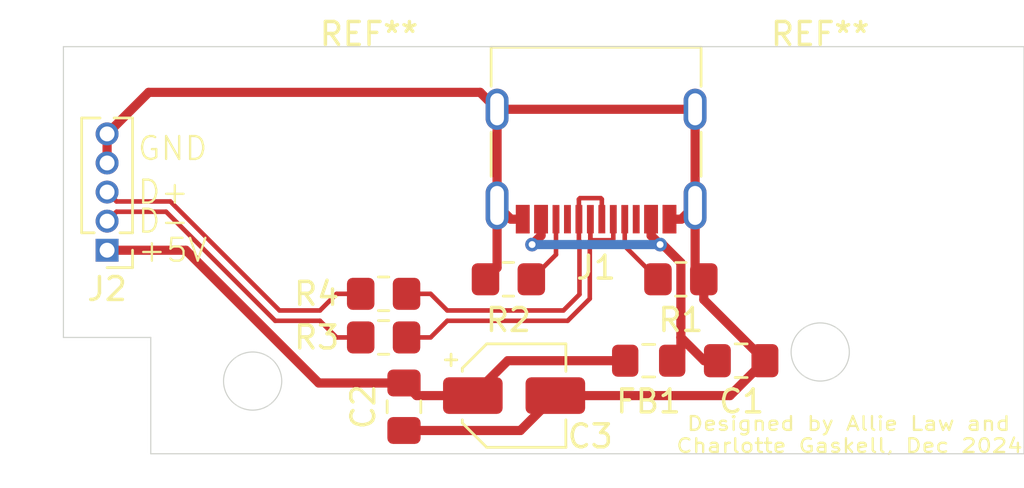
<source format=kicad_pcb>
(kicad_pcb (version 20240108) (generator "pcbnew") (generator_version "8.0")
  (layers (0 "F.Cu" signal) (31 "B.Cu" signal) (34 "B.Paste" user) (35 "F.Paste" user) (36 "B.SilkS" user "B.Silkscreen") (37 "F.SilkS" user "F.Silkscreen") (38 "B.Mask" user) (39 "F.Mask" user) (44 "Edge.Cuts" user))
  (net 0 "")
  (net 1 "GND")
  (net 2 "VBUS")
  (net 3 "+5V")
  (net 4 "/USB_D+")
  (net 5 "/USB_D-")
  (net 7 "Net-(J1-CC2)")
  (net 8 "Net-(J1-CC1)")
  (net 10 "/DEV_D+")
  (net 11 "/DEV_D-")
  (footprint "Resistor_SMD:R_0805_2012Metric_Pad1.20x1.40mm_HandSolder" (layer "F.Cu") (at 130.175 64.135 180)
    (property "Reference" "R4" (at 2.921 0 0) (layer "F.SilkS"))
    (property "Value" "22")
    (fp_line (start -0.227064 0.735) (end 0.227064 0.735) (stroke (width 0.12)) (layer "F.SilkS"))
    (fp_line (start -0.227064 -0.735) (end 0.227064 -0.735) (stroke (width 0.12)) (layer "F.SilkS"))
    (pad "1" smd roundrect (at -1 0 180) (size 1.2 1.4) (layers "F.Cu" "F.Paste" "F.Mask") (roundrect_rratio 0.208333) (net 4 "/USB_D+"))
    (pad "2" smd roundrect (at 1 0 180) (size 1.2 1.4) (layers "F.Cu" "F.Paste" "F.Mask") (roundrect_rratio 0.208333) (net 10 "/DEV_D+"))
  )
  (footprint "Capacitor_SMD:C_0805_2012Metric_Pad1.18x1.45mm_HandSolder" (layer "F.Cu") (at 145.7745 67.056)
    (property "Reference" "C1" (at 0.0215 1.778 0) (layer "F.SilkS"))
    (property "Value" "10n")
    (fp_line (start -0.261252 -0.735) (end 0.261252 -0.735) (stroke (width 0.12)) (layer "F.SilkS"))
    (fp_line (start -0.261252 0.735) (end 0.261252 0.735) (stroke (width 0.12)) (layer "F.SilkS"))
    (pad "1" smd roundrect (at -1.0375 0) (size 1.175 1.45) (layers "F.Cu" "F.Paste" "F.Mask") (roundrect_rratio 0.212766) (net 2 "VBUS"))
    (pad "2" smd roundrect (at 1.0375 0) (size 1.175 1.45) (layers "F.Cu" "F.Paste" "F.Mask") (roundrect_rratio 0.212766) (net 1 "GND"))
  )
  (footprint "MountingHole:MountingHole_4mm" (layer "F.Cu") (at 129.54 57.785)
    (property "Reference" "REF**" (at 0 -5 0) (layer "F.SilkS"))
    (property "Value" "MountingHole_4mm")
    (pad "" np_thru_hole circle (at 0 0) (size 4 4) (drill 4) (layers "*.Cu" "*.Mask"))
  )
  (footprint "MountingHole:MountingHole_4mm" (layer "F.Cu") (at 149.225 57.785)
    (property "Reference" "REF**" (at 0 -5 0) (layer "F.SilkS"))
    (property "Value" "MountingHole_4mm")
    (pad "" np_thru_hole circle (at 0 0) (size 4 4) (drill 4) (layers "*.Cu" "*.Mask"))
  )
  (footprint "Capacitor_SMD:CP_Elec_4x4.5" (layer "F.Cu") (at 135.868 68.58)
    (property "Reference" "C3" (at 3.324 1.778 0) (layer "F.SilkS"))
    (property "Value" "4.7u")
    (fp_line (start -3 -1.56) (end -2.5 -1.56) (stroke (width 0.12)) (layer "F.SilkS"))
    (fp_line (start -2.75 -1.81) (end -2.75 -1.31) (stroke (width 0.12)) (layer "F.SilkS"))
    (fp_line (start -2.26 -1.195563) (end -2.26 -1.06) (stroke (width 0.12)) (layer "F.SilkS"))
    (fp_line (start -2.26 -1.195563) (end -1.195563 -2.26) (stroke (width 0.12)) (layer "F.SilkS"))
    (fp_line (start -2.26 1.195563) (end -2.26 1.06) (stroke (width 0.12)) (layer "F.SilkS"))
    (fp_line (start -2.26 1.195563) (end -1.195563 2.26) (stroke (width 0.12)) (layer "F.SilkS"))
    (fp_line (start -1.195563 -2.26) (end 2.26 -2.26) (stroke (width 0.12)) (layer "F.SilkS"))
    (fp_line (start -1.195563 2.26) (end 2.26 2.26) (stroke (width 0.12)) (layer "F.SilkS"))
    (fp_line (start 2.26 -2.26) (end 2.26 -1.06) (stroke (width 0.12)) (layer "F.SilkS"))
    (fp_line (start 2.26 2.26) (end 2.26 1.06) (stroke (width 0.12)) (layer "F.SilkS"))
    (pad "1" smd roundrect (at -1.8 0) (size 2.6 1.6) (layers "F.Cu" "F.Paste" "F.Mask") (roundrect_rratio 0.15625) (net 3 "+5V"))
    (pad "2" smd roundrect (at 1.8 0) (size 2.6 1.6) (layers "F.Cu" "F.Paste" "F.Mask") (roundrect_rratio 0.15625) (net 1 "GND"))
  )
  (footprint "Connector_USB:USB_C_Receptacle_G-Switch_GT-USB-7010ASV" (layer "F.Cu") (at 139.446 57.15 180)
    (property "Reference" "J1" (at 0 -5.842 0) (layer "F.SilkS"))
    (property "Value" "USB_C_Receptacle_USB2.0_16P")
    (fp_line (start 4.58 3.785) (end -4.58 3.785) (stroke (width 0.12)) (layer "F.SilkS"))
    (fp_line (start 4.58 2.08) (end 4.58 3.785) (stroke (width 0.12)) (layer "F.SilkS"))
    (fp_line (start 4.58 0.07) (end 4.58 -1.85) (stroke (width 0.12)) (layer "F.SilkS"))
    (fp_line (start -4.58 3.785) (end -4.58 2.08) (stroke (width 0.12)) (layer "F.SilkS"))
    (fp_line (start -4.58 -1.85) (end -4.58 0.07) (stroke (width 0.12)) (layer "F.SilkS"))
    (pad "" np_thru_hole circle (at -2.89 -2.605 180) (size 0.65 0.65) (drill 0.65) (layers "*.Cu" "*.Mask"))
    (pad "" np_thru_hole circle (at 2.89 -2.605 180) (size 0.65 0.65) (drill 0.65) (layers "*.Cu" "*.Mask"))
    (pad "A1" smd rect (at -3.2 -3.725 180) (size 0.6 1.24) (layers "F.Cu" "F.Paste" "F.Mask") (net 1 "GND"))
    (pad "A4" smd rect (at -2.4 -3.725 180) (size 0.6 1.24) (layers "F.Cu" "F.Paste" "F.Mask") (net 2 "VBUS"))
    (pad "A5" smd rect (at -1.25 -3.725 180) (size 0.3 1.24) (layers "F.Cu" "F.Paste" "F.Mask") (net 8 "Net-(J1-CC1)"))
    (pad "A6" smd rect (at -0.25 -3.725 180) (size 0.3 1.24) (layers "F.Cu" "F.Paste" "F.Mask") (net 4 "/USB_D+"))
    (pad "A7" smd rect (at 0.25 -3.725 180) (size 0.3 1.24) (layers "F.Cu" "F.Paste" "F.Mask") (net 5 "/USB_D-"))
    (pad "A8" smd rect (at 1.25 -3.725 180) (size 0.3 1.24) (layers "F.Cu" "F.Paste" "F.Mask"))
    (pad "A9" smd rect (at 2.4 -3.725 180) (size 0.6 1.24) (layers "F.Cu" "F.Paste" "F.Mask") (net 2 "VBUS"))
    (pad "A12" smd rect (at 3.2 -3.725 180) (size 0.6 1.24) (layers "F.Cu" "F.Paste" "F.Mask") (net 1 "GND"))
    (pad "B1" smd rect (at 3.2 -3.725 180) (size 0.6 1.24) (layers "F.Cu" "F.Paste" "F.Mask") (net 1 "GND"))
    (pad "B4" smd rect (at 2.4 -3.725 180) (size 0.6 1.24) (layers "F.Cu" "F.Paste" "F.Mask") (net 2 "VBUS"))
    (pad "B5" smd rect (at 1.75 -3.725 180) (size 0.3 1.24) (layers "F.Cu" "F.Paste" "F.Mask") (net 7 "Net-(J1-CC2)"))
    (pad "B6" smd rect (at 0.75 -3.725 180) (size 0.3 1.24) (layers "F.Cu" "F.Paste" "F.Mask") (net 4 "/USB_D+"))
    (pad "B7" smd rect (at -0.75 -3.725 180) (size 0.3 1.24) (layers "F.Cu" "F.Paste" "F.Mask") (net 5 "/USB_D-"))
    (pad "B8" smd rect (at -1.75 -3.725 180) (size 0.3 1.24) (layers "F.Cu" "F.Paste" "F.Mask"))
    (pad "B9" smd rect (at -2.4 -3.725 180) (size 0.6 1.24) (layers "F.Cu" "F.Paste" "F.Mask") (net 2 "VBUS"))
    (pad "B12" smd rect (at -3.2 -3.725 180) (size 0.6 1.24) (layers "F.Cu" "F.Paste" "F.Mask") (net 1 "GND"))
    (pad "S1" thru_hole oval (at -4.32 -3.125 180) (size 1 2.1) (drill oval 0.6 1.7) (layers "*.Cu" "*.Mask") (net 1 "GND"))
    (pad "S1" thru_hole oval (at -4.32 1.075 180) (size 1 1.8) (drill oval 0.6 1.4) (layers "*.Cu" "*.Mask") (net 1 "GND"))
    (pad "S1" thru_hole oval (at 4.32 -3.125 180) (size 1 2.1) (drill oval 0.6 1.7) (layers "*.Cu" "*.Mask") (net 1 "GND"))
    (pad "S1" thru_hole oval (at 4.32 1.075 180) (size 1 1.8) (drill oval 0.6 1.4) (layers "*.Cu" "*.Mask") (net 1 "GND"))
  )
  (footprint "Resistor_SMD:R_0805_2012Metric_Pad1.20x1.40mm_HandSolder" (layer "F.Cu") (at 130.175 66.04 180)
    (property "Reference" "R3" (at 2.921 0 0) (layer "F.SilkS"))
    (property "Value" "22")
    (fp_line (start -0.227064 0.735) (end 0.227064 0.735) (stroke (width 0.12)) (layer "F.SilkS"))
    (fp_line (start -0.227064 -0.735) (end 0.227064 -0.735) (stroke (width 0.12)) (layer "F.SilkS"))
    (pad "1" smd roundrect (at -1 0 180) (size 1.2 1.4) (layers "F.Cu" "F.Paste" "F.Mask") (roundrect_rratio 0.208333) (net 5 "/USB_D-"))
    (pad "2" smd roundrect (at 1 0 180) (size 1.2 1.4) (layers "F.Cu" "F.Paste" "F.Mask") (roundrect_rratio 0.208333) (net 11 "/DEV_D-"))
  )
  (footprint "Resistor_SMD:R_0805_2012Metric_Pad1.20x1.40mm_HandSolder" (layer "F.Cu") (at 143.145 63.5)
    (property "Reference" "R1" (at 0 1.778 0) (layer "F.SilkS"))
    (property "Value" "5K1")
    (fp_line (start -0.227064 -0.735) (end 0.227064 -0.735) (stroke (width 0.12)) (layer "F.SilkS"))
    (fp_line (start -0.227064 0.735) (end 0.227064 0.735) (stroke (width 0.12)) (layer "F.SilkS"))
    (pad "1" smd roundrect (at -1 0) (size 1.2 1.4) (layers "F.Cu" "F.Paste" "F.Mask") (roundrect_rratio 0.208333) (net 8 "Net-(J1-CC1)"))
    (pad "2" smd roundrect (at 1 0) (size 1.2 1.4) (layers "F.Cu" "F.Paste" "F.Mask") (roundrect_rratio 0.208333) (net 1 "GND"))
  )
  (footprint "Capacitor_SMD:C_0805_2012Metric_Pad1.18x1.45mm_HandSolder" (layer "F.Cu") (at 131.064 69.0665 -90)
    (property "Reference" "C2" (at 0 1.778 90) (layer "F.SilkS"))
    (property "Value" "100n")
    (fp_line (start -0.261252 0.735) (end 0.261252 0.735) (stroke (width 0.12)) (layer "F.SilkS"))
    (fp_line (start -0.261252 -0.735) (end 0.261252 -0.735) (stroke (width 0.12)) (layer "F.SilkS"))
    (pad "1" smd roundrect (at -1.0375 0 270) (size 1.175 1.45) (layers "F.Cu" "F.Paste" "F.Mask") (roundrect_rratio 0.212766) (net 3 "+5V"))
    (pad "2" smd roundrect (at 1.0375 0 270) (size 1.175 1.45) (layers "F.Cu" "F.Paste" "F.Mask") (roundrect_rratio 0.212766) (net 1 "GND"))
  )
  (footprint "Resistor_SMD:R_0805_2012Metric_Pad1.20x1.40mm_HandSolder" (layer "F.Cu") (at 135.62 63.5 180)
    (property "Reference" "R2" (at 0 -1.778 0) (layer "F.SilkS"))
    (property "Value" "5K1")
    (fp_line (start -0.227064 0.735) (end 0.227064 0.735) (stroke (width 0.12)) (layer "F.SilkS"))
    (fp_line (start -0.227064 -0.735) (end 0.227064 -0.735) (stroke (width 0.12)) (layer "F.SilkS"))
    (pad "1" smd roundrect (at -1 0 180) (size 1.2 1.4) (layers "F.Cu" "F.Paste" "F.Mask") (roundrect_rratio 0.208333) (net 7 "Net-(J1-CC2)"))
    (pad "2" smd roundrect (at 1 0 180) (size 1.2 1.4) (layers "F.Cu" "F.Paste" "F.Mask") (roundrect_rratio 0.208333) (net 1 "GND"))
  )
  (footprint "Inductor_SMD:L_0805_2012Metric_Pad1.15x1.40mm_HandSolder" (layer "F.Cu") (at 141.741 67.056 180)
    (property "Reference" "FB1" (at 0.009 -1.778 360) (layer "F.SilkS"))
    (property "Value" "FerriteBead")
    (fp_line (start -0.261252 0.71) (end 0.261252 0.71) (stroke (width 0.12)) (layer "F.SilkS"))
    (fp_line (start -0.261252 -0.71) (end 0.261252 -0.71) (stroke (width 0.12)) (layer "F.SilkS"))
    (pad "1" smd roundrect (at -1.025 0 180) (size 1.15 1.4) (layers "F.Cu" "F.Paste" "F.Mask") (roundrect_rratio 0.217391) (net 2 "VBUS"))
    (pad "2" smd roundrect (at 1.025 0 180) (size 1.15 1.4) (layers "F.Cu" "F.Paste" "F.Mask") (roundrect_rratio 0.217391) (net 3 "+5V"))
  )
  (footprint "Connector_PinHeader_1.27mm:PinHeader_1x05_P1.27mm_Vertical" (layer "F.Cu") (at 118.11 62.23 180)
    (property "Reference" "J2" (at 0 -1.695 0) (layer "F.SilkS"))
    (property "Value" "Conn_01x05")
    (fp_line (start 1.11 0.76) (end 1.11 5.775) (stroke (width 0.12)) (layer "F.SilkS"))
    (fp_line (start 0.563471 0.76) (end 1.11 0.76) (stroke (width 0.12)) (layer "F.SilkS"))
    (fp_line (start 0.30753 5.775) (end 1.11 5.775) (stroke (width 0.12)) (layer "F.SilkS"))
    (fp_line (start -1.11 5.775) (end -0.30753 5.775) (stroke (width 0.12)) (layer "F.SilkS"))
    (fp_line (start -1.11 0.76) (end -0.563471 0.76) (stroke (width 0.12)) (layer "F.SilkS"))
    (fp_line (start -1.11 0.76) (end -1.11 5.775) (stroke (width 0.12)) (layer "F.SilkS"))
    (fp_line (start -1.11 0) (end -1.11 -0.76) (stroke (width 0.12)) (layer "F.SilkS"))
    (fp_line (start -1.11 -0.76) (end 0 -0.76) (stroke (width 0.12)) (layer "F.SilkS"))
    (pad "1" thru_hole rect (at 0 0 180) (size 1 1) (drill 0.65) (layers "*.Cu" "*.Mask") (net 3 "+5V"))
    (pad "2" thru_hole oval (at 0 1.27 180) (size 1 1) (drill 0.65) (layers "*.Cu" "*.Mask") (net 11 "/DEV_D-"))
    (pad "3" thru_hole oval (at 0 2.54 180) (size 1 1) (drill 0.65) (layers "*.Cu" "*.Mask") (net 10 "/DEV_D+"))
    (pad "4" thru_hole oval (at 0 3.81 180) (size 1 1) (drill 0.65) (layers "*.Cu" "*.Mask") (net 1 "GND"))
    (pad "5" thru_hole oval (at 0 5.08 180) (size 1 1) (drill 0.65) (layers "*.Cu" "*.Mask") (net 1 "GND"))
  )
  (gr_line (start 120.015 66.04) (end 116.205 66.04) (stroke (width 0.05)) (layer "Edge.Cuts"))
  (gr_line (start 158.115 53.34) (end 116.205 53.34) (stroke (width 0.05)) (layer "Edge.Cuts"))
  (gr_line (start 158.115 71.12) (end 120.015 71.12) (stroke (width 0.05)) (layer "Edge.Cuts"))
  (gr_line (start 120.015 71.12) (end 120.015 66.04) (stroke (width 0.05)) (layer "Edge.Cuts"))
  (gr_circle (center 124.46 67.945) (end 125.73 67.945) (stroke (width 0.05)) (fill none) (layer "Edge.Cuts"))
  (gr_line (start 116.205 53.34) (end 116.205 66.04) (stroke (width 0.05)) (layer "Edge.Cuts"))
  (gr_circle (center 149.225 66.675) (end 150.495 66.675) (stroke (width 0.05)) (fill none) (layer "Edge.Cuts"))
  (gr_line (start 158.115 71.12) (end 158.115 53.34) (stroke (width 0.05)) (layer "Edge.Cuts"))
  (gr_text "Designed by Allie Law and \nCharlotte Gaskell, Dec 2024" (at 158.115 71.12 0) (layer "F.SilkS") (effects (font (size 0.6 0.7) (thickness 0.1) (bold yes)) (justify right bottom)))
  (gr_text "D-" (at 119.38 60.96 0) (layer "F.SilkS") (effects (font (size 1 1) (thickness 0.1)) (justify left)))
  (gr_text "GND" (at 119.38 57.785 0) (layer "F.SilkS") (effects (font (size 1 1) (thickness 0.1)) (justify left)))
  (gr_text "+5V" (at 119.38 62.23 0) (layer "F.SilkS") (effects (font (size 1 1) (thickness 0.1)) (justify left)))
  (gr_text "D+" (at 119.38 59.69 0) (layer "F.SilkS") (effects (font (size 1 1) (thickness 0.1)) (justify left)))
  (segment (start 135.126 56.075) (end 143.766 56.075) (width 0.4) (layer "F.Cu") (net 1))
  (segment (start 135.126 60.275) (end 135.126 62.994) (width 0.4) (layer "F.Cu") (net 1))
  (segment (start 143.766 63.121) (end 144.145 63.5) (width 0.4) (layer "F.Cu") (net 1))
  (segment (start 118.11 58.42) (end 118.11 57.15) (width 0.4) (layer "F.Cu") (net 1))
  (segment (start 135.126 62.994) (end 134.62 63.5) (width 0.4) (layer "F.Cu") (net 1))
  (segment (start 145.288 68.58) (end 146.812 67.056) (width 0.4) (layer "F.Cu") (net 1))
  (segment (start 144.145 64.389) (end 146.812 67.056) (width 0.4) (layer "F.Cu") (net 1))
  (segment (start 137.668 68.58) (end 145.288 68.58) (width 0.4) (layer "F.Cu") (net 1))
  (segment (start 136.246 60.875) (end 135.726 60.875) (width 0.4) (layer "F.Cu") (net 1))
  (segment (start 143.166 60.875) (end 143.766 60.275) (width 0.4) (layer "F.Cu") (net 1))
  (segment (start 135.126 60.275) (end 135.126 56.075) (width 0.4) (layer "F.Cu") (net 1))
  (segment (start 119.925 55.335) (end 134.386 55.335) (width 0.4) (layer "F.Cu") (net 1))
  (segment (start 143.766 56.075) (end 143.766 60.275) (width 0.4) (layer "F.Cu") (net 1))
  (segment (start 142.646 60.875) (end 143.166 60.875) (width 0.4) (layer "F.Cu") (net 1))
  (segment (start 118.11 57.15) (end 119.925 55.335) (width 0.4) (layer "F.Cu") (net 1))
  (segment (start 144.145 63.5) (end 144.145 64.389) (width 0.4) (layer "F.Cu") (net 1))
  (segment (start 131.064 70.104) (end 136.144 70.104) (width 0.4) (layer "F.Cu") (net 1))
  (segment (start 143.766 60.275) (end 143.766 63.121) (width 0.4) (layer "F.Cu") (net 1))
  (segment (start 136.144 70.104) (end 137.668 68.58) (width 0.4) (layer "F.Cu") (net 1))
  (segment (start 134.386 55.335) (end 135.126 56.075) (width 0.4) (layer "F.Cu") (net 1))
  (segment (start 135.726 60.875) (end 135.126 60.275) (width 0.4) (layer "F.Cu") (net 1))
  (segment (start 142.354451 61.983285) (end 143.145 62.773834) (width 0.4) (layer "F.Cu") (net 2))
  (segment (start 137.046 61.59089) (end 136.653605 61.983285) (width 0.4) (layer "F.Cu") (net 2))
  (segment (start 142.238395 61.983285) (end 142.354451 61.983285) (width 0.4) (layer "F.Cu") (net 2))
  (segment (start 143.145 66.04) (end 143.145 66.677) (width 0.4) (layer "F.Cu") (net 2))
  (segment (start 137.046 60.875) (end 137.046 61.59089) (width 0.4) (layer "F.Cu") (net 2))
  (segment (start 144.737 67.056) (end 144.161 67.056) (width 0.4) (layer "F.Cu") (net 2))
  (segment (start 144.161 67.056) (end 143.145 66.04) (width 0.4) (layer "F.Cu") (net 2))
  (segment (start 141.846 61.59089) (end 141.846 60.875) (width 0.4) (layer "F.Cu") (net 2))
  (segment (start 143.145 66.677) (end 142.766 67.056) (width 0.4) (layer "F.Cu") (net 2))
  (segment (start 143.145 62.773834) (end 143.145 66.04) (width 0.4) (layer "F.Cu") (net 2))
  (segment (start 142.238395 61.983285) (end 141.846 61.59089) (width 0.4) (layer "F.Cu") (net 2))
  (via (at 142.238395 61.983285) (size 0.6) (drill 0.3) (layers "F.Cu" "B.Cu") (net 2))
  (via (at 136.653605 61.983285) (size 0.6) (drill 0.3) (layers "F.Cu" "B.Cu") (net 2))
  (segment (start 136.653605 61.983285) (end 142.238395 61.983285) (width 0.4) (layer "B.Cu") (net 2))
  (segment (start 134.068 68.58) (end 131.615 68.58) (width 0.4) (layer "F.Cu") (net 3))
  (segment (start 135.592 67.056) (end 140.716 67.056) (width 0.4) (layer "F.Cu") (net 3))
  (segment (start 121.545027 62.23) (end 118.11 62.23) (width 0.4) (layer "F.Cu") (net 3))
  (segment (start 134.068 68.58) (end 135.592 67.056) (width 0.4) (layer "F.Cu") (net 3))
  (segment (start 131.064 68.029) (end 127.344027 68.029) (width 0.4) (layer "F.Cu") (net 3))
  (segment (start 127.344027 68.029) (end 121.545027 62.23) (width 0.4) (layer "F.Cu") (net 3))
  (segment (start 131.615 68.58) (end 131.064 68.029) (width 0.4) (layer "F.Cu") (net 3))
  (segment (start 138.746 59.955) (end 138.696 60.005) (width 0.2) (layer "F.Cu") (net 4))
  (segment (start 138.696 61.805001) (end 138.696 60.875) (width 0.2) (layer "F.Cu") (net 4))
  (segment (start 138.721 61.830001) (end 138.696 61.805001) (width 0.2) (layer "F.Cu") (net 4))
  (segment (start 138.721 64.1608) (end 138.721 61.830001) (width 0.2) (layer "F.Cu") (net 4))
  (segment (start 139.646 59.955) (end 138.746 59.955) (width 0.2) (layer "F.Cu") (net 4))
  (segment (start 139.696 60.875) (end 139.696 60.005) (width 0.2) (layer "F.Cu") (net 4))
  (segment (start 132.225001 64.135) (end 132.952501 64.8625) (width 0.2) (layer "F.Cu") (net 4))
  (segment (start 138.0193 64.8625) (end 138.721 64.1608) (width 0.2) (layer "F.Cu") (net 4))
  (segment (start 138.696 60.005) (end 138.696 60.875) (width 0.2) (layer "F.Cu") (net 4))
  (segment (start 131.175 64.135) (end 132.225001 64.135) (width 0.2) (layer "F.Cu") (net 4))
  (segment (start 132.952501 64.8625) (end 138.0193 64.8625) (width 0.2) (layer "F.Cu") (net 4))
  (segment (start 139.696 60.005) (end 139.646 59.955) (width 0.2) (layer "F.Cu") (net 4))
  (segment (start 131.175 66.04) (end 132.225001 66.04) (width 0.2) (layer "F.Cu") (net 5))
  (segment (start 139.171 61.830001) (end 139.196 61.805001) (width 0.2) (layer "F.Cu") (net 5))
  (segment (start 139.246 61.795) (end 140.146 61.795) (width 0.2) (layer "F.Cu") (net 5))
  (segment (start 138.2057 65.3125) (end 139.171 64.3472) (width 0.2) (layer "F.Cu") (net 5))
  (segment (start 140.196 61.745) (end 140.196 60.875) (width 0.2) (layer "F.Cu") (net 5))
  (segment (start 139.196 60.875) (end 139.196 61.745) (width 0.2) (layer "F.Cu") (net 5))
  (segment (start 139.196 61.805001) (end 139.196 60.875) (width 0.2) (layer "F.Cu") (net 5))
  (segment (start 139.171 64.3472) (end 139.171 61.830001) (width 0.2) (layer "F.Cu") (net 5))
  (segment (start 139.196 61.745) (end 139.246 61.795) (width 0.2) (layer "F.Cu") (net 5))
  (segment (start 132.952501 65.3125) (end 138.2057 65.3125) (width 0.2) (layer "F.Cu") (net 5))
  (segment (start 132.225001 66.04) (end 132.952501 65.3125) (width 0.2) (layer "F.Cu") (net 5))
  (segment (start 140.146 61.795) (end 140.196 61.745) (width 0.2) (layer "F.Cu") (net 5))
  (segment (start 137.696 62.424) (end 137.696 60.875) (width 0.2) (layer "F.Cu") (net 7))
  (segment (start 136.62 63.5) (end 137.696 62.424) (width 0.2) (layer "F.Cu") (net 7))
  (segment (start 140.696 60.875) (end 140.696 62.051) (width 0.2) (layer "F.Cu") (net 8))
  (segment (start 140.696 62.051) (end 142.145 63.5) (width 0.2) (layer "F.Cu") (net 8))
  (segment (start 125.6327 64.8625) (end 120.870199 60.099999) (width 0.2) (layer "F.Cu") (net 10))
  (segment (start 128.124999 64.135) (end 127.397499 64.8625) (width 0.2) (layer "F.Cu") (net 10))
  (segment (start 127.397499 64.8625) (end 125.6327 64.8625) (width 0.2) (layer "F.Cu") (net 10))
  (segment (start 129.175 64.135) (end 128.124999 64.135) (width 0.2) (layer "F.Cu") (net 10))
  (segment (start 120.870199 60.099999) (end 118.519999 60.099999) (width 0.2) (layer "F.Cu") (net 10))
  (segment (start 118.519999 60.099999) (end 118.11 59.69) (width 0.2) (layer "F.Cu") (net 10))
  (segment (start 118.519999 60.550001) (end 118.11 60.96) (width 0.2) (layer "F.Cu") (net 11))
  (segment (start 120.683801 60.550001) (end 118.519999 60.550001) (width 0.2) (layer "F.Cu") (net 11))
  (segment (start 125.4463 65.3125) (end 120.683801 60.550001) (width 0.2) (layer "F.Cu") (net 11))
  (segment (start 128.124999 66.04) (end 127.397499 65.3125) (width 0.2) (layer "F.Cu") (net 11))
  (segment (start 127.397499 65.3125) (end 125.4463 65.3125) (width 0.2) (layer "F.Cu") (net 11))
  (segment (start 129.175 66.04) (end 128.124999 66.04) (width 0.2) (layer "F.Cu") (net 11))
)
</source>
